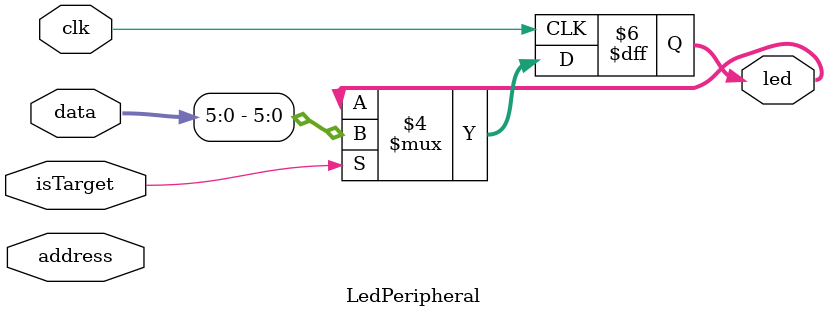
<source format=v>
module LedPeripheral(
  input clk,
  input isTarget,
  input [27:0] address,
  input [31:0] data,
  output reg [5:0] led
);

initial begin
  led = 0;
end

// always @(isTarget, address, data) begin
always @(negedge clk) begin
  if (isTarget/* && address == 0*/) begin
    led <= data[5:0];
  end
  else begin
    led <= led;
  end
end

endmodule

</source>
